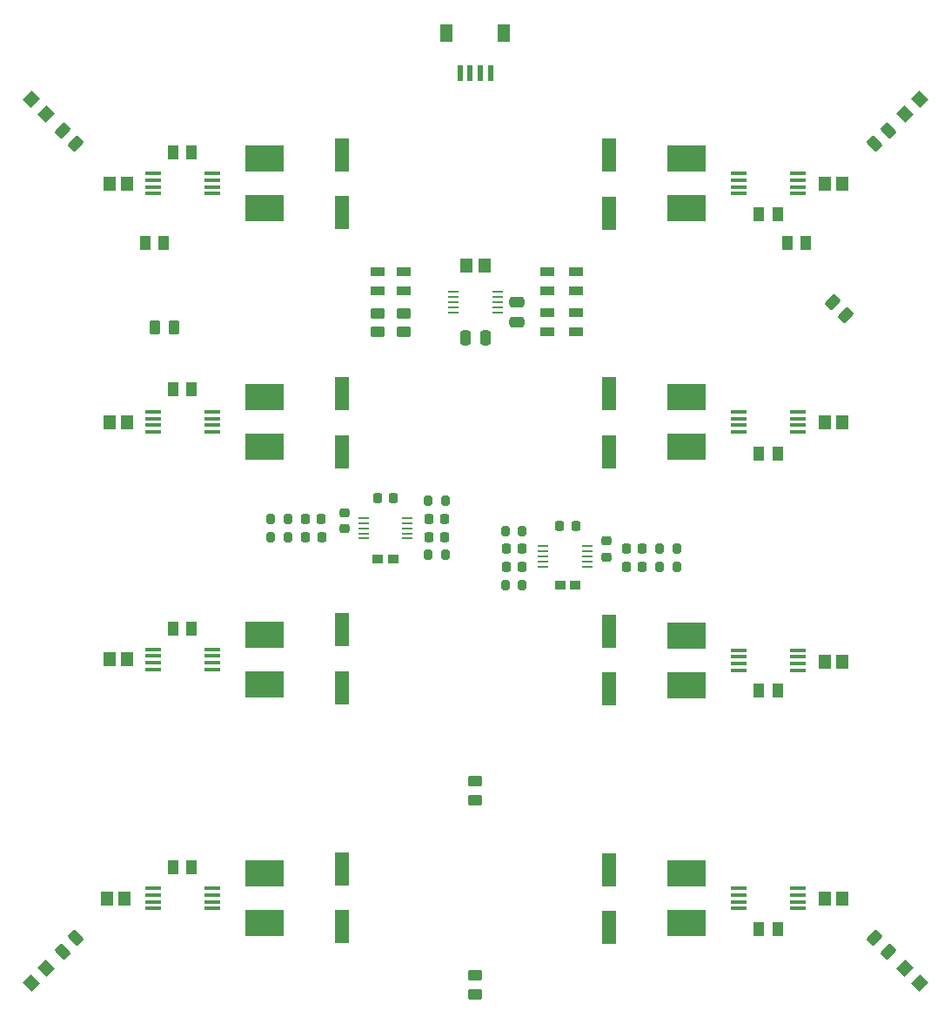
<source format=gtp>
%TF.GenerationSoftware,KiCad,Pcbnew,8.0.5*%
%TF.CreationDate,2025-09-24T23:13:40-07:00*%
%TF.ProjectId,Power8Board V1,506f7765-7238-4426-9f61-72642056312e,rev?*%
%TF.SameCoordinates,Original*%
%TF.FileFunction,Paste,Top*%
%TF.FilePolarity,Positive*%
%FSLAX46Y46*%
G04 Gerber Fmt 4.6, Leading zero omitted, Abs format (unit mm)*
G04 Created by KiCad (PCBNEW 8.0.5) date 2025-09-24 23:13:40*
%MOMM*%
%LPD*%
G01*
G04 APERTURE LIST*
G04 Aperture macros list*
%AMRoundRect*
0 Rectangle with rounded corners*
0 $1 Rounding radius*
0 $2 $3 $4 $5 $6 $7 $8 $9 X,Y pos of 4 corners*
0 Add a 4 corners polygon primitive as box body*
4,1,4,$2,$3,$4,$5,$6,$7,$8,$9,$2,$3,0*
0 Add four circle primitives for the rounded corners*
1,1,$1+$1,$2,$3*
1,1,$1+$1,$4,$5*
1,1,$1+$1,$6,$7*
1,1,$1+$1,$8,$9*
0 Add four rect primitives between the rounded corners*
20,1,$1+$1,$2,$3,$4,$5,0*
20,1,$1+$1,$4,$5,$6,$7,0*
20,1,$1+$1,$6,$7,$8,$9,0*
20,1,$1+$1,$8,$9,$2,$3,0*%
%AMRotRect*
0 Rectangle, with rotation*
0 The origin of the aperture is its center*
0 $1 length*
0 $2 width*
0 $3 Rotation angle, in degrees counterclockwise*
0 Add horizontal line*
21,1,$1,$2,0,0,$3*%
G04 Aperture macros list end*
%ADD10RoundRect,0.225000X0.250000X-0.225000X0.250000X0.225000X-0.250000X0.225000X-0.250000X-0.225000X0*%
%ADD11R,1.397000X0.965200*%
%ADD12RoundRect,0.250000X-0.503814X-0.132583X-0.132583X-0.503814X0.503814X0.132583X0.132583X0.503814X0*%
%ADD13R,1.200000X1.470000*%
%ADD14R,1.498600X0.457200*%
%ADD15RotRect,1.100000X1.200000X45.000000*%
%ADD16RoundRect,0.225000X0.225000X0.250000X-0.225000X0.250000X-0.225000X-0.250000X0.225000X-0.250000X0*%
%ADD17R,1.080000X1.420000*%
%ADD18RoundRect,0.225000X-0.225000X-0.250000X0.225000X-0.250000X0.225000X0.250000X-0.225000X0.250000X0*%
%ADD19RoundRect,0.200000X-0.200000X-0.275000X0.200000X-0.275000X0.200000X0.275000X-0.200000X0.275000X0*%
%ADD20RotRect,1.100000X1.200000X135.000000*%
%ADD21R,3.683000X2.540000*%
%ADD22R,1.320800X3.302000*%
%ADD23RotRect,1.100000X1.200000X315.000000*%
%ADD24RoundRect,0.250000X0.262500X0.450000X-0.262500X0.450000X-0.262500X-0.450000X0.262500X-0.450000X0*%
%ADD25RoundRect,0.250000X-0.132583X0.503814X-0.503814X0.132583X0.132583X-0.503814X0.503814X-0.132583X0*%
%ADD26R,1.100000X0.250000*%
%ADD27RotRect,1.100000X1.200000X225.000000*%
%ADD28RoundRect,0.250000X0.450000X-0.262500X0.450000X0.262500X-0.450000X0.262500X-0.450000X-0.262500X0*%
%ADD29R,1.000000X0.970000*%
%ADD30RoundRect,0.250000X-0.475000X0.250000X-0.475000X-0.250000X0.475000X-0.250000X0.475000X0.250000X0*%
%ADD31RoundRect,0.250000X0.132583X-0.503814X0.503814X-0.132583X-0.132583X0.503814X-0.503814X0.132583X0*%
%ADD32RoundRect,0.250000X-0.450000X0.262500X-0.450000X-0.262500X0.450000X-0.262500X0.450000X0.262500X0*%
%ADD33RoundRect,0.250000X0.250000X0.475000X-0.250000X0.475000X-0.250000X-0.475000X0.250000X-0.475000X0*%
%ADD34RoundRect,0.250000X0.503814X0.132583X0.132583X0.503814X-0.503814X-0.132583X-0.132583X-0.503814X0*%
%ADD35R,0.600000X1.550000*%
%ADD36R,1.200000X1.800000*%
%ADD37RoundRect,0.200000X0.200000X0.275000X-0.200000X0.275000X-0.200000X-0.275000X0.200000X-0.275000X0*%
G04 APERTURE END LIST*
D10*
%TO.C,C23*%
X162750000Y-104300000D03*
X162750000Y-102750000D03*
%TD*%
D11*
%TO.C,R12*%
X157000000Y-76572900D03*
X157000000Y-78427100D03*
%TD*%
D12*
%TO.C,R23*%
X188854765Y-141354765D03*
X190145235Y-142645235D03*
%TD*%
D13*
%TO.C,FB10*%
X185720000Y-68000000D03*
X184000000Y-68000000D03*
%TD*%
D14*
%TO.C,U4*%
X124399999Y-115224998D03*
X124399999Y-114575000D03*
X124399999Y-113925000D03*
X124399999Y-113275002D03*
X118600001Y-113275002D03*
X118600001Y-113925000D03*
X118600001Y-114575000D03*
X118600001Y-115224998D03*
%TD*%
D13*
%TO.C,FB11*%
X114140000Y-137500000D03*
X115860000Y-137500000D03*
%TD*%
D15*
%TO.C,D3*%
X106757538Y-145742462D03*
X108242462Y-144257538D03*
%TD*%
D16*
%TO.C,C22*%
X142025000Y-98600000D03*
X140475000Y-98600000D03*
%TD*%
D17*
%TO.C,C19*%
X122395001Y-111250000D03*
X120604999Y-111250000D03*
%TD*%
D13*
%TO.C,FB6*%
X114390000Y-68000000D03*
X116110000Y-68000000D03*
%TD*%
D11*
%TO.C,R10*%
X159750000Y-76572900D03*
X159750000Y-78427100D03*
%TD*%
D18*
%TO.C,C35*%
X164700000Y-103500000D03*
X166250000Y-103500000D03*
%TD*%
%TO.C,C5*%
X145475000Y-100600000D03*
X147025000Y-100600000D03*
%TD*%
D16*
%TO.C,C32*%
X154525000Y-103500000D03*
X152975000Y-103500000D03*
%TD*%
D19*
%TO.C,R28*%
X130100000Y-102350000D03*
X131750000Y-102350000D03*
%TD*%
D13*
%TO.C,FB9*%
X185720000Y-91166666D03*
X184000000Y-91166666D03*
%TD*%
D14*
%TO.C,U6*%
X124399999Y-68974998D03*
X124399999Y-68325000D03*
X124399999Y-67675000D03*
X124399999Y-67025002D03*
X118600001Y-67025002D03*
X118600001Y-67675000D03*
X118600001Y-68325000D03*
X118600001Y-68974998D03*
%TD*%
D11*
%TO.C,R20*%
X157000000Y-80572900D03*
X157000000Y-82427100D03*
%TD*%
D14*
%TO.C,U8*%
X175600001Y-113358333D03*
X175600001Y-114008331D03*
X175600001Y-114658333D03*
X175600001Y-115308331D03*
X181399999Y-115308331D03*
X181399999Y-114658333D03*
X181399999Y-114008331D03*
X181399999Y-113358333D03*
%TD*%
D20*
%TO.C,D2*%
X193242462Y-145742462D03*
X191757538Y-144257538D03*
%TD*%
D17*
%TO.C,C27*%
X122395001Y-88000000D03*
X120604999Y-88000000D03*
%TD*%
D14*
%TO.C,U5*%
X124399999Y-92141664D03*
X124399999Y-91491666D03*
X124399999Y-90841666D03*
X124399999Y-90191668D03*
X118600001Y-90191668D03*
X118600001Y-90841666D03*
X118600001Y-91491666D03*
X118600001Y-92141664D03*
%TD*%
D21*
%TO.C,R16*%
X170500000Y-111920332D03*
X170500000Y-116746332D03*
%TD*%
D19*
%TO.C,R29*%
X152925000Y-101750000D03*
X154575000Y-101750000D03*
%TD*%
D17*
%TO.C,C10*%
X177605000Y-117250000D03*
X179395000Y-117250000D03*
%TD*%
%TO.C,C9*%
X182145001Y-73750000D03*
X180354999Y-73750000D03*
%TD*%
D22*
%TO.C,C15*%
X163000000Y-140311402D03*
X163000000Y-134698000D03*
%TD*%
D19*
%TO.C,R32*%
X167925000Y-103500000D03*
X169575000Y-103500000D03*
%TD*%
D21*
%TO.C,R19*%
X129500000Y-139913000D03*
X129500000Y-135087000D03*
%TD*%
D17*
%TO.C,C6*%
X122395001Y-65000000D03*
X120604999Y-65000000D03*
%TD*%
D10*
%TO.C,C21*%
X137250000Y-101525000D03*
X137250000Y-99975000D03*
%TD*%
D16*
%TO.C,C30*%
X135000000Y-100600000D03*
X133450000Y-100600000D03*
%TD*%
D14*
%TO.C,U11*%
X124399999Y-138474998D03*
X124399999Y-137825000D03*
X124399999Y-137175000D03*
X124399999Y-136525002D03*
X118600001Y-136525002D03*
X118600001Y-137175000D03*
X118600001Y-137825000D03*
X118600001Y-138474998D03*
%TD*%
D23*
%TO.C,D4*%
X106757538Y-59757538D03*
X108242462Y-61242462D03*
%TD*%
D24*
%TO.C,R2*%
X120662500Y-82000000D03*
X118837500Y-82000000D03*
%TD*%
D17*
%TO.C,C8*%
X177605000Y-140500000D03*
X179395000Y-140500000D03*
%TD*%
D25*
%TO.C,R22*%
X111145235Y-141354765D03*
X109854765Y-142645235D03*
%TD*%
D13*
%TO.C,FB5*%
X114390000Y-91166666D03*
X116110000Y-91166666D03*
%TD*%
D26*
%TO.C,U14*%
X147850000Y-78500000D03*
X147850000Y-79000000D03*
X147850000Y-79500000D03*
X147850000Y-80000000D03*
X147850000Y-80500000D03*
X152150000Y-80500000D03*
X152150000Y-80000000D03*
X152150000Y-79500000D03*
X152150000Y-79000000D03*
X152150000Y-78500000D03*
%TD*%
D17*
%TO.C,C28*%
X177604999Y-71000000D03*
X179395001Y-71000000D03*
%TD*%
D27*
%TO.C,D1*%
X193242462Y-59757538D03*
X191757538Y-61242462D03*
%TD*%
D28*
%TO.C,R4*%
X150000000Y-146825000D03*
X150000000Y-145000000D03*
%TD*%
D13*
%TO.C,FB8*%
X185720000Y-114500000D03*
X184000000Y-114500000D03*
%TD*%
D21*
%TO.C,R17*%
X170500000Y-88753666D03*
X170500000Y-93579666D03*
%TD*%
D29*
%TO.C,FB1*%
X141984999Y-104500000D03*
X140515001Y-104500000D03*
%TD*%
D16*
%TO.C,C31*%
X135025000Y-102350000D03*
X133475000Y-102350000D03*
%TD*%
D11*
%TO.C,R8*%
X143000000Y-76572900D03*
X143000000Y-78427100D03*
%TD*%
D21*
%TO.C,R14*%
X129500000Y-70413000D03*
X129500000Y-65587000D03*
%TD*%
%TO.C,R18*%
X170500000Y-65587000D03*
X170500000Y-70413000D03*
%TD*%
D18*
%TO.C,C20*%
X158200000Y-101250000D03*
X159750000Y-101250000D03*
%TD*%
D30*
%TO.C,C25*%
X154000000Y-79550001D03*
X154000000Y-81449999D03*
%TD*%
D31*
%TO.C,R21*%
X188854765Y-64145235D03*
X190145235Y-62854765D03*
%TD*%
D22*
%TO.C,C17*%
X163000000Y-94056701D03*
X163000000Y-88443299D03*
%TD*%
D11*
%TO.C,R7*%
X140500000Y-76572900D03*
X140500000Y-78427100D03*
%TD*%
D17*
%TO.C,C29*%
X122395001Y-134500000D03*
X120604999Y-134500000D03*
%TD*%
D32*
%TO.C,R9*%
X143000000Y-80587500D03*
X143000000Y-82412500D03*
%TD*%
D14*
%TO.C,U10*%
X175600001Y-67025001D03*
X175600001Y-67674999D03*
X175600001Y-68325001D03*
X175600001Y-68974999D03*
X181399999Y-68974999D03*
X181399999Y-68325001D03*
X181399999Y-67674999D03*
X181399999Y-67025001D03*
%TD*%
D22*
%TO.C,C13*%
X137000000Y-88443299D03*
X137000000Y-94056701D03*
%TD*%
D14*
%TO.C,U9*%
X175600001Y-90191667D03*
X175600001Y-90841665D03*
X175600001Y-91491667D03*
X175600001Y-92141665D03*
X181399999Y-92141665D03*
X181399999Y-91491667D03*
X181399999Y-90841665D03*
X181399999Y-90191667D03*
%TD*%
D22*
%TO.C,C18*%
X163000000Y-70863402D03*
X163000000Y-65250000D03*
%TD*%
D18*
%TO.C,C34*%
X164700000Y-105250000D03*
X166250000Y-105250000D03*
%TD*%
D21*
%TO.C,R15*%
X170500000Y-135087000D03*
X170500000Y-139913000D03*
%TD*%
D17*
%TO.C,C26*%
X177605000Y-94250000D03*
X179395000Y-94250000D03*
%TD*%
D29*
%TO.C,FB2*%
X158240001Y-107000000D03*
X159709999Y-107000000D03*
%TD*%
D19*
%TO.C,R30*%
X152925000Y-107000000D03*
X154575000Y-107000000D03*
%TD*%
D33*
%TO.C,C24*%
X150949999Y-83000000D03*
X149050001Y-83000000D03*
%TD*%
D34*
%TO.C,R1*%
X186040470Y-80790470D03*
X184750000Y-79500000D03*
%TD*%
D14*
%TO.C,U7*%
X175600001Y-136525002D03*
X175600001Y-137175000D03*
X175600001Y-137825000D03*
X175600001Y-138474998D03*
X181399999Y-138474998D03*
X181399999Y-137825000D03*
X181399999Y-137175000D03*
X181399999Y-136525002D03*
%TD*%
D22*
%TO.C,C14*%
X137000000Y-65188599D03*
X137000000Y-70802001D03*
%TD*%
D19*
%TO.C,R27*%
X130100000Y-100600000D03*
X131750000Y-100600000D03*
%TD*%
D22*
%TO.C,C12*%
X137000000Y-111386598D03*
X137000000Y-117000000D03*
%TD*%
D35*
%TO.C,J8*%
X151500000Y-57275000D03*
X150500000Y-57275000D03*
X149500000Y-57275000D03*
X148500000Y-57275000D03*
D36*
X152800000Y-53400000D03*
X147200000Y-53400000D03*
%TD*%
D18*
%TO.C,C4*%
X145475000Y-102350000D03*
X147025000Y-102350000D03*
%TD*%
D32*
%TO.C,R6*%
X140500000Y-80587500D03*
X140500000Y-82412500D03*
%TD*%
D28*
%TO.C,R3*%
X150000000Y-127912500D03*
X150000000Y-126087500D03*
%TD*%
D34*
%TO.C,R24*%
X111145235Y-64145235D03*
X109854765Y-62854765D03*
%TD*%
D13*
%TO.C,FB7*%
X185720000Y-137500000D03*
X184000000Y-137500000D03*
%TD*%
D22*
%TO.C,C11*%
X137000000Y-134636598D03*
X137000000Y-140250000D03*
%TD*%
D26*
%TO.C,U12*%
X143400000Y-102500000D03*
X143400000Y-102000000D03*
X143400001Y-101500000D03*
X143400000Y-101000000D03*
X143400000Y-100500000D03*
X139100000Y-100500000D03*
X139100000Y-101000000D03*
X139099999Y-101500000D03*
X139100000Y-102000000D03*
X139100000Y-102500000D03*
%TD*%
D11*
%TO.C,R11*%
X159750000Y-80572900D03*
X159750000Y-82427100D03*
%TD*%
D19*
%TO.C,R31*%
X167925000Y-105250000D03*
X169575000Y-105250000D03*
%TD*%
D22*
%TO.C,C16*%
X163000000Y-111500000D03*
X163000000Y-117113402D03*
%TD*%
D17*
%TO.C,C7*%
X119645001Y-73750000D03*
X117854999Y-73750000D03*
%TD*%
D21*
%TO.C,R13*%
X129500000Y-93579666D03*
X129500000Y-88753666D03*
%TD*%
D13*
%TO.C,FB4*%
X114390000Y-114250000D03*
X116110000Y-114250000D03*
%TD*%
D37*
%TO.C,R26*%
X147075000Y-98850000D03*
X145425000Y-98850000D03*
%TD*%
D16*
%TO.C,C33*%
X154525000Y-105250000D03*
X152975000Y-105250000D03*
%TD*%
D13*
%TO.C,FB3*%
X149140000Y-76000000D03*
X150860000Y-76000000D03*
%TD*%
D26*
%TO.C,U13*%
X156600000Y-103250000D03*
X156600000Y-103750000D03*
X156599999Y-104250000D03*
X156600000Y-104750000D03*
X156600000Y-105250000D03*
X160900000Y-105250000D03*
X160900000Y-104750000D03*
X160900001Y-104250000D03*
X160900000Y-103750000D03*
X160900000Y-103250000D03*
%TD*%
D21*
%TO.C,R25*%
X129500000Y-116663000D03*
X129500000Y-111837000D03*
%TD*%
D37*
%TO.C,R5*%
X147075000Y-104100000D03*
X145425000Y-104100000D03*
%TD*%
M02*

</source>
